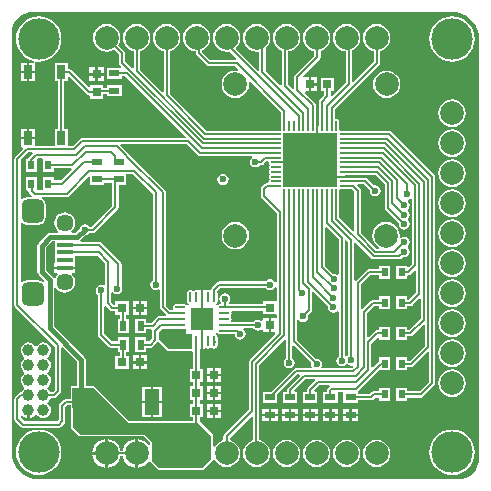
<source format=gtl>
G04*
G04 #@! TF.GenerationSoftware,Altium Limited,Altium Designer,19.1.6 (110)*
G04*
G04 Layer_Physical_Order=1*
G04 Layer_Color=255*
%FSLAX25Y25*%
%MOIN*%
G70*
G01*
G75*
%ADD12C,0.00787*%
%ADD34R,0.03150X0.03150*%
%ADD35R,0.03150X0.04724*%
%ADD36O,0.00787X0.03347*%
%ADD37O,0.03347X0.00787*%
%ADD38R,0.18110X0.18110*%
%ADD39R,0.03150X0.03150*%
%ADD40O,0.00984X0.03543*%
%ADD41O,0.03543X0.00984*%
%ADD42R,0.07795X0.07795*%
%ADD43R,0.05118X0.08661*%
%ADD44R,0.05315X0.01575*%
%ADD45R,0.03543X0.02362*%
%ADD46R,0.02362X0.03150*%
%ADD47R,0.02362X0.03543*%
%ADD48C,0.01575*%
%ADD49C,0.00500*%
G04:AMPARAMS|DCode=50|XSize=78.74mil|YSize=74.8mil|CornerRadius=18.7mil|HoleSize=0mil|Usage=FLASHONLY|Rotation=270.000|XOffset=0mil|YOffset=0mil|HoleType=Round|Shape=RoundedRectangle|*
%AMROUNDEDRECTD50*
21,1,0.07874,0.03740,0,0,270.0*
21,1,0.04134,0.07480,0,0,270.0*
1,1,0.03740,-0.01870,-0.02067*
1,1,0.03740,-0.01870,0.02067*
1,1,0.03740,0.01870,0.02067*
1,1,0.03740,0.01870,-0.02067*
%
%ADD50ROUNDEDRECTD50*%
%ADD51C,0.05709*%
%ADD52C,0.07874*%
%ADD53C,0.13780*%
%ADD54C,0.03937*%
%ADD55C,0.02362*%
G36*
X149395Y156474D02*
X151085Y155961D01*
X152643Y155129D01*
X154008Y154008D01*
X155129Y152643D01*
X155961Y151085D01*
X156474Y149395D01*
X156644Y147670D01*
X156637Y147638D01*
Y8370D01*
X156637Y7874D01*
X156590Y7397D01*
X156502Y6502D01*
X156102Y5183D01*
X155452Y3968D01*
X154578Y2902D01*
X153513Y2028D01*
X152297Y1378D01*
X150978Y978D01*
X149607Y843D01*
X149606Y843D01*
X9843D01*
X9810Y837D01*
X8085Y1006D01*
X6395Y1519D01*
X4837Y2352D01*
X3472Y3472D01*
X2352Y4837D01*
X1519Y6395D01*
X1006Y8085D01*
X837Y9810D01*
X843Y9843D01*
X843Y149606D01*
X843Y149607D01*
X978Y150978D01*
X1378Y152297D01*
X2028Y153513D01*
X2902Y154578D01*
X3968Y155452D01*
X5183Y156102D01*
X6502Y156502D01*
X7390Y156590D01*
X7874Y156637D01*
X7874Y156637D01*
X8367Y156637D01*
X147638D01*
X147670Y156644D01*
X149395Y156474D01*
D02*
G37*
%LPC*%
G36*
X147638Y155194D02*
X146164Y155049D01*
X144746Y154619D01*
X143440Y153920D01*
X142295Y152981D01*
X141355Y151836D01*
X140657Y150529D01*
X140227Y149112D01*
X140082Y147638D01*
X140227Y146164D01*
X140657Y144746D01*
X141355Y143440D01*
X142295Y142295D01*
X143440Y141355D01*
X144746Y140657D01*
X146164Y140227D01*
X147638Y140082D01*
X149112Y140227D01*
X150529Y140657D01*
X151836Y141355D01*
X152981Y142295D01*
X153920Y143440D01*
X154619Y144746D01*
X155049Y146164D01*
X155194Y147638D01*
X155049Y149112D01*
X154619Y150529D01*
X153920Y151836D01*
X152981Y152981D01*
X151836Y153920D01*
X150529Y154619D01*
X149112Y155049D01*
X147638Y155194D01*
D02*
G37*
G36*
X9843D02*
X8368Y155049D01*
X6951Y154619D01*
X5645Y153920D01*
X4500Y152981D01*
X3560Y151836D01*
X2862Y150529D01*
X2432Y149112D01*
X2286Y147638D01*
X2432Y146164D01*
X2862Y144746D01*
X3560Y143440D01*
X4500Y142295D01*
X5645Y141355D01*
X6951Y140657D01*
X8294Y140250D01*
X8368Y140227D01*
X8299Y139740D01*
X8190Y139740D01*
X8190Y139740D01*
X8180Y139740D01*
X6693D01*
Y136984D01*
X8661D01*
X8661Y139696D01*
X8795Y140185D01*
X8858Y140179D01*
X9843Y140082D01*
X11317Y140227D01*
X12734Y140657D01*
X14040Y141355D01*
X15186Y142295D01*
X16125Y143440D01*
X16823Y144746D01*
X17253Y146164D01*
X17399Y147638D01*
X17253Y149112D01*
X16823Y150529D01*
X16125Y151836D01*
X15186Y152981D01*
X14040Y153920D01*
X12734Y154619D01*
X11317Y155049D01*
X9843Y155194D01*
D02*
G37*
G36*
X5906Y139740D02*
X3937D01*
Y136984D01*
X5906D01*
Y139740D01*
D02*
G37*
G36*
X31496Y138189D02*
X29528D01*
Y136221D01*
X31496D01*
Y138189D01*
D02*
G37*
G36*
X28740D02*
X26772D01*
Y136221D01*
X28740D01*
Y138189D01*
D02*
G37*
G36*
X31496Y135433D02*
X29528D01*
Y133465D01*
X31496D01*
Y135433D01*
D02*
G37*
G36*
X28740D02*
X26772D01*
Y133465D01*
X28740D01*
Y135433D01*
D02*
G37*
G36*
X8661Y136197D02*
X6693D01*
Y133441D01*
X8661D01*
X8661Y136197D01*
D02*
G37*
G36*
X5906D02*
X3937D01*
Y133441D01*
X5906D01*
Y136197D01*
D02*
G37*
G36*
X122461Y152638D02*
X121268Y152481D01*
X120158Y152021D01*
X119203Y151289D01*
X118471Y150335D01*
X118011Y149224D01*
X117854Y148031D01*
X118011Y146839D01*
X118471Y145728D01*
X119203Y144774D01*
X120158Y144042D01*
X121268Y143582D01*
X121594Y143539D01*
Y140196D01*
X114695Y133297D01*
X114233Y133488D01*
Y143822D01*
X114764Y144042D01*
X115718Y144774D01*
X116450Y145728D01*
X116910Y146839D01*
X117067Y148031D01*
X116910Y149224D01*
X116450Y150335D01*
X115718Y151289D01*
X114764Y152021D01*
X113653Y152481D01*
X112461Y152638D01*
X111268Y152481D01*
X110158Y152021D01*
X109204Y151289D01*
X108471Y150335D01*
X108011Y149224D01*
X107854Y148031D01*
X108011Y146839D01*
X108471Y145728D01*
X109204Y144774D01*
X110158Y144042D01*
X111268Y143582D01*
X112145Y143467D01*
Y133109D01*
X107646Y128610D01*
X107146Y128817D01*
Y130276D01*
X108307D01*
Y134685D01*
X103898D01*
Y130276D01*
X105059D01*
Y128976D01*
X103593Y127510D01*
X103366Y127171D01*
X103287Y126772D01*
X103287Y126772D01*
Y121589D01*
X103150Y121476D01*
Y118701D01*
X102362D01*
Y121476D01*
X102225Y121589D01*
Y125591D01*
X102225Y125591D01*
X102145Y125990D01*
X101919Y126329D01*
X98591Y129656D01*
X98783Y130118D01*
X99803D01*
Y132480D01*
Y134843D01*
X98246D01*
X98039Y135343D01*
X103494Y140797D01*
X103494Y140797D01*
X103720Y141136D01*
X103800Y141535D01*
X103800Y141535D01*
Y143643D01*
X104764Y144042D01*
X105718Y144774D01*
X106450Y145728D01*
X106910Y146839D01*
X107067Y148031D01*
X106910Y149224D01*
X106450Y150335D01*
X105718Y151289D01*
X104764Y152021D01*
X103653Y152481D01*
X102461Y152638D01*
X101268Y152481D01*
X100157Y152021D01*
X99203Y151289D01*
X98471Y150335D01*
X98011Y149224D01*
X97854Y148031D01*
X98011Y146839D01*
X98471Y145728D01*
X99203Y144774D01*
X100157Y144042D01*
X101268Y143582D01*
X101712Y143524D01*
Y141968D01*
X95325Y135581D01*
X95099Y135242D01*
X95019Y134843D01*
X95019Y134843D01*
Y131179D01*
X94519Y130972D01*
X92973Y132519D01*
Y143493D01*
X93653Y143582D01*
X94764Y144042D01*
X95718Y144774D01*
X96450Y145728D01*
X96910Y146839D01*
X97067Y148031D01*
X96910Y149224D01*
X96450Y150335D01*
X95718Y151289D01*
X94764Y152021D01*
X93653Y152481D01*
X92461Y152638D01*
X91268Y152481D01*
X90158Y152021D01*
X89204Y151289D01*
X88471Y150335D01*
X88011Y149224D01*
X87854Y148031D01*
X88011Y146839D01*
X88471Y145728D01*
X89204Y144774D01*
X90158Y144042D01*
X90886Y143741D01*
Y132361D01*
X90386Y132153D01*
X85453Y137086D01*
Y144571D01*
X85718Y144774D01*
X86450Y145728D01*
X86910Y146839D01*
X87067Y148031D01*
X86910Y149224D01*
X86450Y150335D01*
X85718Y151289D01*
X84764Y152021D01*
X83653Y152481D01*
X82461Y152638D01*
X81268Y152481D01*
X80158Y152021D01*
X79203Y151289D01*
X78471Y150335D01*
X78011Y149224D01*
X77854Y148031D01*
X78011Y146839D01*
X78471Y145728D01*
X79203Y144774D01*
X80158Y144042D01*
X81268Y143582D01*
X82461Y143425D01*
X82990Y143495D01*
X83366Y143165D01*
Y137124D01*
X82866Y136917D01*
X75585Y144198D01*
X75617Y144697D01*
X75718Y144774D01*
X76450Y145728D01*
X76910Y146839D01*
X77067Y148031D01*
X76910Y149224D01*
X76450Y150335D01*
X75718Y151289D01*
X74764Y152021D01*
X73653Y152481D01*
X72461Y152638D01*
X71268Y152481D01*
X70157Y152021D01*
X69204Y151289D01*
X68471Y150335D01*
X68011Y149224D01*
X67854Y148031D01*
X68011Y146839D01*
X68471Y145728D01*
X69204Y144774D01*
X70157Y144042D01*
X71268Y143582D01*
X72461Y143425D01*
X73296Y143535D01*
X75721Y141111D01*
X75513Y140611D01*
X66968D01*
X64233Y143346D01*
Y143822D01*
X64764Y144042D01*
X65718Y144774D01*
X66450Y145728D01*
X66910Y146839D01*
X67067Y148031D01*
X66910Y149224D01*
X66450Y150335D01*
X65718Y151289D01*
X64764Y152021D01*
X63653Y152481D01*
X62461Y152638D01*
X61268Y152481D01*
X60158Y152021D01*
X59203Y151289D01*
X58471Y150335D01*
X58011Y149224D01*
X57854Y148031D01*
X58011Y146839D01*
X58471Y145728D01*
X59203Y144774D01*
X60158Y144042D01*
X61268Y143582D01*
X62145Y143467D01*
Y142913D01*
X62145Y142913D01*
X62225Y142514D01*
X62451Y142175D01*
X65797Y138829D01*
X66136Y138603D01*
X66535Y138523D01*
X66536Y138523D01*
X75355D01*
X76423Y137455D01*
X76189Y136982D01*
X75394Y137087D01*
X74202Y136930D01*
X73090Y136469D01*
X72136Y135738D01*
X71404Y134783D01*
X70944Y133672D01*
X70787Y132480D01*
X70944Y131288D01*
X71404Y130177D01*
X72136Y129223D01*
X73090Y128491D01*
X74202Y128031D01*
X75394Y127874D01*
X76586Y128031D01*
X77697Y128491D01*
X78651Y129223D01*
X79383Y130177D01*
X79843Y131288D01*
X80000Y132480D01*
X79895Y133276D01*
X80369Y133510D01*
X90689Y123190D01*
Y119980D01*
Y117421D01*
X90695Y117389D01*
X90288Y116982D01*
X90256Y116989D01*
X65858D01*
X53603Y129244D01*
Y143576D01*
X53653Y143582D01*
X54764Y144042D01*
X55718Y144774D01*
X56450Y145728D01*
X56910Y146839D01*
X57067Y148031D01*
X56910Y149224D01*
X56450Y150335D01*
X55718Y151289D01*
X54764Y152021D01*
X53653Y152481D01*
X52461Y152638D01*
X51268Y152481D01*
X50157Y152021D01*
X49204Y151289D01*
X48471Y150335D01*
X48011Y149224D01*
X47854Y148031D01*
X48011Y146839D01*
X48471Y145728D01*
X49204Y144774D01*
X50157Y144042D01*
X51268Y143582D01*
X51515Y143550D01*
Y129981D01*
X51053Y129789D01*
X43563Y137279D01*
Y143570D01*
X43653Y143582D01*
X44764Y144042D01*
X45718Y144774D01*
X46450Y145728D01*
X46910Y146839D01*
X47067Y148031D01*
X46910Y149224D01*
X46450Y150335D01*
X45718Y151289D01*
X44764Y152021D01*
X43653Y152481D01*
X42461Y152638D01*
X41268Y152481D01*
X40157Y152021D01*
X39204Y151289D01*
X38471Y150335D01*
X38011Y149224D01*
X37854Y148031D01*
X38011Y146839D01*
X38471Y145728D01*
X39204Y144774D01*
X40157Y144042D01*
X41268Y143582D01*
X41476Y143555D01*
Y138015D01*
X41014Y137824D01*
X38642Y140196D01*
Y142894D01*
X38563Y143293D01*
X38336Y143632D01*
X38336Y143632D01*
X36359Y145609D01*
X36450Y145728D01*
X36910Y146839D01*
X37067Y148031D01*
X36910Y149224D01*
X36450Y150335D01*
X35718Y151289D01*
X34764Y152021D01*
X33653Y152481D01*
X32461Y152638D01*
X31268Y152481D01*
X30158Y152021D01*
X29204Y151289D01*
X28471Y150335D01*
X28011Y149224D01*
X27854Y148031D01*
X28011Y146839D01*
X28471Y145728D01*
X29204Y144774D01*
X30158Y144042D01*
X31268Y143582D01*
X32461Y143425D01*
X33653Y143582D01*
X34764Y144042D01*
X34883Y144133D01*
X36555Y142461D01*
Y139764D01*
X36555Y139764D01*
X36634Y139364D01*
X36860Y139026D01*
X37355Y138531D01*
X37148Y138031D01*
X37081Y138031D01*
X37081Y138031D01*
X37062Y138031D01*
X32638D01*
Y134409D01*
X37441D01*
Y135177D01*
X38705D01*
X58793Y115088D01*
X58602Y114626D01*
X24409D01*
X24409Y114626D01*
X24010Y114547D01*
X23672Y114321D01*
X23671Y114321D01*
X21221Y111870D01*
X19527D01*
Y117583D01*
X18367D01*
Y133598D01*
X19527D01*
Y134839D01*
X19989Y135031D01*
X25837Y129183D01*
X26175Y128957D01*
X26575Y128878D01*
X26929Y128559D01*
Y127717D01*
X31339D01*
Y129271D01*
X32638D01*
Y128504D01*
X37441D01*
Y132126D01*
X32638D01*
Y131359D01*
X31339D01*
Y132126D01*
X26929D01*
Y131696D01*
X26467Y131505D01*
X20643Y137329D01*
X20305Y137555D01*
X19906Y137634D01*
X19527Y137937D01*
Y139583D01*
X15118D01*
Y133598D01*
X16279D01*
Y117583D01*
X15118D01*
Y111870D01*
X8661D01*
Y114197D01*
X6299D01*
X3937D01*
Y111441D01*
X4390D01*
X4582Y110979D01*
X2018Y108415D01*
X1792Y108077D01*
X1712Y107677D01*
X1712Y107677D01*
Y59055D01*
X1712Y59055D01*
X1792Y58656D01*
X2018Y58317D01*
X15295Y45040D01*
Y30747D01*
X14450Y29902D01*
X13798D01*
X13687Y30169D01*
X13271Y30711D01*
X12796Y31076D01*
X12758Y31358D01*
X12796Y31641D01*
X13271Y32005D01*
X13687Y32548D01*
X13949Y33180D01*
X14038Y33858D01*
X13949Y34537D01*
X13687Y35169D01*
X13271Y35712D01*
X12796Y36076D01*
X12758Y36358D01*
X12796Y36641D01*
X13271Y37005D01*
X13687Y37548D01*
X13949Y38180D01*
X14038Y38858D01*
X13949Y39537D01*
X13687Y40169D01*
X13271Y40712D01*
X12796Y41076D01*
X12758Y41358D01*
X12796Y41641D01*
X13271Y42005D01*
X13687Y42548D01*
X13949Y43180D01*
X14038Y43858D01*
X13949Y44537D01*
X13687Y45169D01*
X13271Y45711D01*
X12728Y46128D01*
X12096Y46390D01*
X11417Y46479D01*
X10739Y46390D01*
X10107Y46128D01*
X9564Y45711D01*
X9200Y45237D01*
X8917Y45199D01*
X8635Y45237D01*
X8270Y45711D01*
X7728Y46128D01*
X7096Y46390D01*
X6417Y46479D01*
X5739Y46390D01*
X5107Y46128D01*
X4564Y45711D01*
X4148Y45169D01*
X3886Y44537D01*
X3796Y43858D01*
X3886Y43180D01*
X4148Y42548D01*
X4564Y42005D01*
X5039Y41641D01*
X5076Y41358D01*
X5039Y41076D01*
X4564Y40712D01*
X4148Y40169D01*
X3886Y39537D01*
X3796Y38858D01*
X3886Y38180D01*
X4148Y37548D01*
X4564Y37005D01*
X5039Y36641D01*
X5076Y36358D01*
X5039Y36076D01*
X4564Y35712D01*
X4148Y35169D01*
X3886Y34537D01*
X3796Y33858D01*
X3886Y33180D01*
X4148Y32548D01*
X4564Y32005D01*
X5039Y31641D01*
X5076Y31358D01*
X5039Y31076D01*
X4564Y30711D01*
X4148Y30169D01*
X4036Y29898D01*
X3656Y29822D01*
X3317Y29596D01*
X2018Y28297D01*
X1792Y27959D01*
X1712Y27559D01*
X1712Y27559D01*
Y21063D01*
X1712Y21063D01*
X1792Y20664D01*
X2018Y20325D01*
X3986Y18357D01*
X4325Y18130D01*
X4724Y18051D01*
X4724Y18051D01*
X16535D01*
X16535Y18051D01*
X16935Y18130D01*
X17273Y18357D01*
X18454Y19538D01*
X18454Y19538D01*
X18681Y19876D01*
X18760Y20276D01*
Y24961D01*
X19330Y25531D01*
X20529D01*
X20618Y18102D01*
X20643Y17984D01*
X20666Y17864D01*
X20669Y17861D01*
X20670Y17857D01*
X20738Y17757D01*
X20806Y17656D01*
X23168Y15294D01*
X23376Y15155D01*
X23622Y15106D01*
X23622Y15106D01*
X45010D01*
X46995Y13120D01*
Y12093D01*
X46496Y11951D01*
X45830Y12818D01*
X44843Y13576D01*
X43694Y14052D01*
X42854Y14162D01*
Y9449D01*
Y4735D01*
X43694Y4846D01*
X44843Y5322D01*
X45830Y6079D01*
X46510Y6965D01*
X46880Y6936D01*
X47040Y6865D01*
X47044Y6841D01*
X47184Y6633D01*
X47184Y6632D01*
X49546Y4270D01*
X49754Y4131D01*
X50000Y4082D01*
X50000Y4082D01*
X64567D01*
X64813Y4131D01*
X65021Y4270D01*
X67777Y7026D01*
X67902Y7214D01*
X68024Y7237D01*
X68429Y7249D01*
X68471Y7146D01*
X69204Y6192D01*
X70157Y5460D01*
X71268Y4999D01*
X72461Y4843D01*
X73653Y4999D01*
X74764Y5460D01*
X75718Y6192D01*
X76450Y7146D01*
X76910Y8257D01*
X77067Y9449D01*
X76910Y10641D01*
X76450Y11752D01*
X75718Y12706D01*
X74764Y13438D01*
X73653Y13898D01*
X73485Y13920D01*
Y14725D01*
X80778Y22018D01*
X81240Y21827D01*
Y13886D01*
X80158Y13438D01*
X79203Y12706D01*
X78471Y11752D01*
X78011Y10641D01*
X77854Y9449D01*
X78011Y8257D01*
X78471Y7146D01*
X79203Y6192D01*
X80158Y5460D01*
X81268Y4999D01*
X82461Y4843D01*
X83653Y4999D01*
X84764Y5460D01*
X85718Y6192D01*
X86450Y7146D01*
X86910Y8257D01*
X87067Y9449D01*
X86910Y10641D01*
X86450Y11752D01*
X85718Y12706D01*
X84764Y13438D01*
X83653Y13898D01*
X83327Y13941D01*
Y38938D01*
X91802Y47412D01*
X92263Y47221D01*
Y41245D01*
X92001Y41069D01*
X91601Y40470D01*
X91461Y39764D01*
X91601Y39057D01*
X92001Y38458D01*
X92601Y38058D01*
X93307Y37917D01*
X94014Y38058D01*
X94613Y38458D01*
X95013Y39057D01*
X95154Y39764D01*
X95013Y40470D01*
X94613Y41069D01*
X94351Y41245D01*
Y45252D01*
X94813Y45444D01*
X100676Y39581D01*
X100614Y39272D01*
X100755Y38565D01*
X100869Y38394D01*
X100602Y37894D01*
X95591D01*
X95191Y37815D01*
X94853Y37588D01*
X87225Y29961D01*
X84488D01*
Y26339D01*
X89291D01*
Y29075D01*
X96023Y35807D01*
X96670D01*
X96861Y35345D01*
X92874Y31358D01*
X92648Y31019D01*
X92568Y30620D01*
X92568Y30620D01*
Y29961D01*
X91211D01*
Y26339D01*
X96014D01*
Y29961D01*
X95136D01*
X94929Y30461D01*
X98857Y34389D01*
X101916D01*
X101947Y34348D01*
X102099Y33889D01*
X99597Y31388D01*
X99370Y31049D01*
X99291Y30650D01*
X99291Y30650D01*
Y29961D01*
X97933D01*
Y26339D01*
X102736D01*
Y29961D01*
X101829D01*
X101622Y30461D01*
X103385Y32224D01*
X106640D01*
X106672Y32183D01*
X106823Y31724D01*
X106319Y31220D01*
X106093Y30882D01*
X106013Y30482D01*
X106013Y30482D01*
Y29961D01*
X104656D01*
Y26339D01*
X109459D01*
Y29961D01*
X109918Y30059D01*
X110919D01*
X111378Y29961D01*
X111378Y29559D01*
Y26339D01*
X116181D01*
Y27106D01*
X120472D01*
X120472Y27106D01*
X120872Y27185D01*
X121210Y27412D01*
X121889Y28090D01*
X123386D01*
Y26929D01*
X127008D01*
Y31339D01*
X123386D01*
Y30178D01*
X121457D01*
X121057Y30098D01*
X120719Y29872D01*
X120719Y29872D01*
X120040Y29193D01*
X116535D01*
X116181Y29547D01*
X116181Y29924D01*
X116250Y30135D01*
X116351Y30390D01*
X122928Y36967D01*
X123386Y37116D01*
Y37116D01*
X123386Y37116D01*
X127008D01*
Y41526D01*
X123386D01*
Y40271D01*
X123068Y40059D01*
X123068Y40059D01*
X121191Y38182D01*
X120729Y38373D01*
Y46024D01*
X122886Y48182D01*
X123386Y47974D01*
Y47303D01*
X127008D01*
Y51713D01*
X123386D01*
Y50552D01*
X122736D01*
X122337Y50472D01*
X121998Y50246D01*
X121998Y50246D01*
X119773Y48021D01*
X119311Y48212D01*
Y56221D01*
X121741Y58651D01*
X123386D01*
Y57490D01*
X127008D01*
Y61900D01*
X123386D01*
Y60739D01*
X121309D01*
X120910Y60659D01*
X120571Y60433D01*
X120571Y60433D01*
X117685Y57547D01*
X117185Y57754D01*
Y65709D01*
X120314Y68838D01*
X123386D01*
Y67677D01*
X127008D01*
Y72087D01*
X123386D01*
Y70926D01*
X119882D01*
X119483Y70846D01*
X119144Y70620D01*
X119144Y70620D01*
X115520Y66996D01*
X115061Y67147D01*
X115020Y67179D01*
Y79468D01*
X115482Y79660D01*
X120722Y74419D01*
X121061Y74193D01*
X121460Y74114D01*
X121460Y74114D01*
X130079D01*
X130079Y74114D01*
X130478Y74193D01*
X130817Y74419D01*
X131366Y74969D01*
X131675Y74907D01*
X132382Y75048D01*
X132981Y75448D01*
X133381Y76047D01*
X133521Y76754D01*
X133381Y77460D01*
X132981Y78059D01*
X132948Y78082D01*
Y78504D01*
X133014Y78638D01*
X133399Y79215D01*
X133539Y79921D01*
X133399Y80628D01*
X132999Y81227D01*
X132399Y81627D01*
X131693Y81768D01*
X130986Y81627D01*
X130607Y81374D01*
X130141Y81664D01*
X130197Y82087D01*
X130040Y83279D01*
X129580Y84390D01*
X128848Y85344D01*
X127894Y86076D01*
X126783Y86536D01*
X125591Y86693D01*
X124398Y86536D01*
X123287Y86076D01*
X122333Y85344D01*
X121601Y84390D01*
X121141Y83279D01*
X120984Y82087D01*
X121141Y80894D01*
X121601Y79783D01*
X122333Y78829D01*
X123260Y78118D01*
X123263Y78066D01*
X123034Y77618D01*
X122479D01*
X117185Y82913D01*
Y97047D01*
X117106Y97447D01*
X116880Y97785D01*
X116880Y97785D01*
X115974Y98691D01*
X116165Y99153D01*
X118300D01*
X120235Y97219D01*
X120201Y97047D01*
X120341Y96340D01*
X120741Y95741D01*
X121340Y95341D01*
X122047Y95201D01*
X122754Y95341D01*
X123353Y95741D01*
X123753Y96340D01*
X123893Y97047D01*
X123753Y97754D01*
X123353Y98353D01*
X122754Y98753D01*
X122047Y98894D01*
X121600Y98805D01*
X119470Y100935D01*
X119132Y101161D01*
X118732Y101241D01*
X118732Y101241D01*
X114699D01*
X114586Y101378D01*
X111811D01*
Y102165D01*
X114586D01*
X114699Y102303D01*
X122080D01*
X125256Y99127D01*
Y91220D01*
X125256Y91220D01*
X125335Y90821D01*
X125561Y90482D01*
X129908Y86136D01*
X129846Y85827D01*
X129987Y85120D01*
X130387Y84521D01*
X130986Y84121D01*
X131693Y83980D01*
X132399Y84121D01*
X132998Y84521D01*
X133399Y85120D01*
X133539Y85827D01*
X133399Y86533D01*
X132998Y87132D01*
X132970Y87151D01*
Y87651D01*
X132998Y87670D01*
X133399Y88270D01*
X133539Y88976D01*
X133399Y89683D01*
X132998Y90282D01*
X132970Y90301D01*
Y90801D01*
X132999Y90820D01*
X133399Y91419D01*
X133539Y92126D01*
X133399Y92833D01*
X132999Y93432D01*
X132790Y93571D01*
X132895Y94102D01*
X133187Y94160D01*
X133771Y94551D01*
X133861Y94533D01*
X134271Y94387D01*
Y72558D01*
X133178Y71465D01*
X132717Y71657D01*
Y72087D01*
X129095D01*
Y67677D01*
X132717D01*
Y68519D01*
X133071Y68838D01*
X133470Y68918D01*
X133809Y69144D01*
X135227Y70562D01*
X135689Y70370D01*
Y63149D01*
X133278Y60739D01*
X132717D01*
Y61900D01*
X129095D01*
Y57490D01*
X132717D01*
Y58651D01*
X133711D01*
X133711Y58651D01*
X134110Y58731D01*
X134449Y58957D01*
X136644Y61152D01*
X137106Y60961D01*
Y54330D01*
X133327Y50552D01*
X132717D01*
Y51713D01*
X129095D01*
Y47303D01*
X132717D01*
Y48464D01*
X133760D01*
X133760Y48464D01*
X134159Y48544D01*
X134498Y48770D01*
X138061Y52333D01*
X138523Y52142D01*
Y45314D01*
X133574Y40365D01*
X132717D01*
Y41526D01*
X129095D01*
Y37116D01*
X132717D01*
Y38277D01*
X134006D01*
X134006Y38277D01*
X134405Y38357D01*
X134744Y38583D01*
X139479Y43318D01*
X139941Y43126D01*
Y33346D01*
X136773Y30178D01*
X132717D01*
Y31339D01*
X129095D01*
Y26929D01*
X132717D01*
Y28090D01*
X137205D01*
X137205Y28090D01*
X137604Y28170D01*
X137943Y28396D01*
X141722Y32175D01*
X141722Y32175D01*
X141948Y32514D01*
X142028Y32913D01*
X142028Y32913D01*
Y101732D01*
X141948Y102132D01*
X141722Y102470D01*
X141722Y102470D01*
X127510Y116683D01*
X127171Y116909D01*
X126772Y116989D01*
X126772Y116989D01*
X110531D01*
X110500Y116982D01*
X110092Y117389D01*
X110099Y117421D01*
Y119980D01*
X110019Y120380D01*
X109793Y120718D01*
X109455Y120945D01*
X109055Y121024D01*
X109024Y121018D01*
X108524Y121412D01*
Y124174D01*
X123376Y139026D01*
X123376Y139026D01*
X123602Y139364D01*
X123681Y139764D01*
Y143594D01*
X124764Y144042D01*
X125718Y144774D01*
X126450Y145728D01*
X126910Y146839D01*
X127067Y148031D01*
X126910Y149224D01*
X126450Y150335D01*
X125718Y151289D01*
X124764Y152021D01*
X123653Y152481D01*
X122461Y152638D01*
D02*
G37*
G36*
X102559Y134843D02*
X100591D01*
Y132874D01*
X102559D01*
Y134843D01*
D02*
G37*
G36*
Y132087D02*
X100591D01*
Y130118D01*
X102559D01*
Y132087D01*
D02*
G37*
G36*
X125787Y137087D02*
X124595Y136930D01*
X123484Y136469D01*
X122530Y135738D01*
X121798Y134783D01*
X121338Y133672D01*
X121181Y132480D01*
X121338Y131288D01*
X121798Y130177D01*
X122530Y129223D01*
X123484Y128491D01*
X124595Y128031D01*
X125787Y127874D01*
X126980Y128031D01*
X128091Y128491D01*
X129045Y129223D01*
X129777Y130177D01*
X130237Y131288D01*
X130394Y132480D01*
X130237Y133672D01*
X129777Y134783D01*
X129045Y135738D01*
X128091Y136469D01*
X126980Y136930D01*
X125787Y137087D01*
D02*
G37*
G36*
X147638Y127441D02*
X146446Y127284D01*
X145335Y126824D01*
X144381Y126092D01*
X143649Y125138D01*
X143188Y124027D01*
X143032Y122835D01*
X143188Y121642D01*
X143649Y120531D01*
X144381Y119578D01*
X145335Y118845D01*
X146446Y118385D01*
X147638Y118228D01*
X148830Y118385D01*
X149941Y118845D01*
X150895Y119578D01*
X151627Y120531D01*
X152087Y121642D01*
X152244Y122835D01*
X152087Y124027D01*
X151627Y125138D01*
X150895Y126092D01*
X149941Y126824D01*
X148830Y127284D01*
X147638Y127441D01*
D02*
G37*
G36*
X8661Y117740D02*
X6693D01*
Y114984D01*
X8661D01*
Y117740D01*
D02*
G37*
G36*
X5906D02*
X3937D01*
Y114984D01*
X5906D01*
Y117740D01*
D02*
G37*
G36*
X147638Y117441D02*
X146446Y117284D01*
X145335Y116824D01*
X144381Y116092D01*
X143649Y115138D01*
X143188Y114027D01*
X143032Y112835D01*
X143188Y111642D01*
X143649Y110531D01*
X144381Y109578D01*
X145335Y108845D01*
X146446Y108385D01*
X147638Y108228D01*
X148830Y108385D01*
X149941Y108845D01*
X150895Y109578D01*
X151627Y110531D01*
X152087Y111642D01*
X152244Y112835D01*
X152087Y114027D01*
X151627Y115138D01*
X150895Y116092D01*
X149941Y116824D01*
X148830Y117284D01*
X147638Y117441D01*
D02*
G37*
G36*
Y107441D02*
X146446Y107284D01*
X145335Y106824D01*
X144381Y106092D01*
X143649Y105138D01*
X143188Y104027D01*
X143032Y102835D01*
X143188Y101642D01*
X143649Y100531D01*
X144381Y99577D01*
X145335Y98845D01*
X146446Y98385D01*
X147638Y98228D01*
X148830Y98385D01*
X149941Y98845D01*
X150895Y99577D01*
X151627Y100531D01*
X152087Y101642D01*
X152244Y102835D01*
X152087Y104027D01*
X151627Y105138D01*
X150895Y106092D01*
X149941Y106824D01*
X148830Y107284D01*
X147638Y107441D01*
D02*
G37*
G36*
Y97441D02*
X146446Y97284D01*
X145335Y96824D01*
X144381Y96092D01*
X143649Y95138D01*
X143188Y94027D01*
X143032Y92835D01*
X143188Y91642D01*
X143649Y90531D01*
X144381Y89578D01*
X145335Y88845D01*
X146446Y88385D01*
X147638Y88228D01*
X148830Y88385D01*
X149941Y88845D01*
X150895Y89578D01*
X151627Y90531D01*
X152087Y91642D01*
X152244Y92835D01*
X152087Y94027D01*
X151627Y95138D01*
X150895Y96092D01*
X149941Y96824D01*
X148830Y97284D01*
X147638Y97441D01*
D02*
G37*
G36*
Y87441D02*
X146446Y87284D01*
X145335Y86824D01*
X144381Y86092D01*
X143649Y85138D01*
X143188Y84027D01*
X143032Y82835D01*
X143188Y81642D01*
X143649Y80532D01*
X144381Y79577D01*
X145335Y78845D01*
X146446Y78385D01*
X147638Y78228D01*
X148830Y78385D01*
X149941Y78845D01*
X150895Y79577D01*
X151627Y80532D01*
X152087Y81642D01*
X152244Y82835D01*
X152087Y84027D01*
X151627Y85138D01*
X150895Y86092D01*
X149941Y86824D01*
X148830Y87284D01*
X147638Y87441D01*
D02*
G37*
G36*
Y77441D02*
X146446Y77284D01*
X145335Y76824D01*
X144381Y76092D01*
X143649Y75138D01*
X143188Y74027D01*
X143032Y72835D01*
X143188Y71642D01*
X143649Y70531D01*
X144381Y69577D01*
X145335Y68845D01*
X146446Y68385D01*
X147638Y68228D01*
X148830Y68385D01*
X149941Y68845D01*
X150895Y69577D01*
X151627Y70531D01*
X152087Y71642D01*
X152244Y72835D01*
X152087Y74027D01*
X151627Y75138D01*
X150895Y76092D01*
X149941Y76824D01*
X148830Y77284D01*
X147638Y77441D01*
D02*
G37*
G36*
Y67441D02*
X146446Y67284D01*
X145335Y66824D01*
X144381Y66092D01*
X143649Y65138D01*
X143188Y64027D01*
X143032Y62835D01*
X143188Y61642D01*
X143649Y60532D01*
X144381Y59578D01*
X145335Y58845D01*
X146446Y58385D01*
X147638Y58228D01*
X148830Y58385D01*
X149941Y58845D01*
X150895Y59578D01*
X151627Y60532D01*
X152087Y61642D01*
X152244Y62835D01*
X152087Y64027D01*
X151627Y65138D01*
X150895Y66092D01*
X149941Y66824D01*
X148830Y67284D01*
X147638Y67441D01*
D02*
G37*
G36*
Y57441D02*
X146446Y57284D01*
X145335Y56824D01*
X144381Y56092D01*
X143649Y55138D01*
X143188Y54027D01*
X143032Y52835D01*
X143188Y51642D01*
X143649Y50532D01*
X144381Y49578D01*
X145335Y48845D01*
X146446Y48385D01*
X147638Y48228D01*
X148830Y48385D01*
X149941Y48845D01*
X150895Y49578D01*
X151627Y50532D01*
X152087Y51642D01*
X152244Y52835D01*
X152087Y54027D01*
X151627Y55138D01*
X150895Y56092D01*
X149941Y56824D01*
X148830Y57284D01*
X147638Y57441D01*
D02*
G37*
G36*
Y47441D02*
X146446Y47284D01*
X145335Y46824D01*
X144381Y46092D01*
X143649Y45138D01*
X143188Y44027D01*
X143032Y42835D01*
X143188Y41642D01*
X143649Y40532D01*
X144381Y39577D01*
X145335Y38845D01*
X146446Y38385D01*
X147638Y38228D01*
X148830Y38385D01*
X149941Y38845D01*
X150895Y39577D01*
X151627Y40532D01*
X152087Y41642D01*
X152244Y42835D01*
X152087Y44027D01*
X151627Y45138D01*
X150895Y46092D01*
X149941Y46824D01*
X148830Y47284D01*
X147638Y47441D01*
D02*
G37*
G36*
Y37441D02*
X146446Y37284D01*
X145335Y36824D01*
X144381Y36092D01*
X143649Y35138D01*
X143188Y34027D01*
X143032Y32835D01*
X143188Y31642D01*
X143649Y30531D01*
X144381Y29577D01*
X145335Y28845D01*
X146446Y28385D01*
X147638Y28228D01*
X148830Y28385D01*
X149941Y28845D01*
X150895Y29577D01*
X151627Y30531D01*
X152087Y31642D01*
X152244Y32835D01*
X152087Y34027D01*
X151627Y35138D01*
X150895Y36092D01*
X149941Y36824D01*
X148830Y37284D01*
X147638Y37441D01*
D02*
G37*
G36*
X116339Y24213D02*
X114173D01*
Y22638D01*
X116339D01*
Y24213D01*
D02*
G37*
G36*
X109616D02*
X107451D01*
Y22638D01*
X109616D01*
Y24213D01*
D02*
G37*
G36*
X102894D02*
X100728D01*
Y22638D01*
X102894D01*
Y24213D01*
D02*
G37*
G36*
X96171D02*
X94006D01*
Y22638D01*
X96171D01*
Y24213D01*
D02*
G37*
G36*
X89449D02*
X87283D01*
Y22638D01*
X89449D01*
Y24213D01*
D02*
G37*
G36*
X113386D02*
X111221D01*
Y22638D01*
X113386D01*
Y24213D01*
D02*
G37*
G36*
X106663D02*
X104498D01*
Y22638D01*
X106663D01*
Y24213D01*
D02*
G37*
G36*
X99941D02*
X97776D01*
Y22638D01*
X99941D01*
Y24213D01*
D02*
G37*
G36*
X93218D02*
X91053D01*
Y22638D01*
X93218D01*
Y24213D01*
D02*
G37*
G36*
X86496D02*
X84331D01*
Y22638D01*
X86496D01*
Y24213D01*
D02*
G37*
G36*
X116339Y21850D02*
X114173D01*
Y20276D01*
X116339D01*
Y21850D01*
D02*
G37*
G36*
X113386D02*
X111221D01*
Y20276D01*
X113386D01*
Y21850D01*
D02*
G37*
G36*
X109616D02*
X107451D01*
Y20276D01*
X109616D01*
Y21850D01*
D02*
G37*
G36*
X106663D02*
X104498D01*
Y20276D01*
X106663D01*
Y21850D01*
D02*
G37*
G36*
X102894D02*
X100728D01*
Y20276D01*
X102894D01*
Y21850D01*
D02*
G37*
G36*
X99941D02*
X97776D01*
Y20276D01*
X99941D01*
Y21850D01*
D02*
G37*
G36*
X96171D02*
X94006D01*
Y20276D01*
X96171D01*
Y21850D01*
D02*
G37*
G36*
X93218D02*
X91053D01*
Y20276D01*
X93218D01*
Y21850D01*
D02*
G37*
G36*
X89449D02*
X87283D01*
Y20276D01*
X89449D01*
Y21850D01*
D02*
G37*
G36*
X86496D02*
X84331D01*
Y20276D01*
X86496D01*
Y21850D01*
D02*
G37*
G36*
X32067Y14162D02*
X31227Y14052D01*
X30078Y13576D01*
X29091Y12818D01*
X28334Y11831D01*
X27858Y10682D01*
X27747Y9843D01*
X32067D01*
Y14162D01*
D02*
G37*
G36*
X122461Y14055D02*
X121268Y13898D01*
X120158Y13438D01*
X119203Y12706D01*
X118471Y11752D01*
X118011Y10641D01*
X117854Y9449D01*
X118011Y8257D01*
X118471Y7146D01*
X119203Y6192D01*
X120158Y5460D01*
X121268Y4999D01*
X122461Y4843D01*
X123653Y4999D01*
X124764Y5460D01*
X125718Y6192D01*
X126450Y7146D01*
X126910Y8257D01*
X127067Y9449D01*
X126910Y10641D01*
X126450Y11752D01*
X125718Y12706D01*
X124764Y13438D01*
X123653Y13898D01*
X122461Y14055D01*
D02*
G37*
G36*
X112461D02*
X111268Y13898D01*
X110158Y13438D01*
X109204Y12706D01*
X108471Y11752D01*
X108011Y10641D01*
X107854Y9449D01*
X108011Y8257D01*
X108471Y7146D01*
X109204Y6192D01*
X110158Y5460D01*
X111268Y4999D01*
X112461Y4843D01*
X113653Y4999D01*
X114764Y5460D01*
X115718Y6192D01*
X116450Y7146D01*
X116910Y8257D01*
X117067Y9449D01*
X116910Y10641D01*
X116450Y11752D01*
X115718Y12706D01*
X114764Y13438D01*
X113653Y13898D01*
X112461Y14055D01*
D02*
G37*
G36*
X102461D02*
X101268Y13898D01*
X100157Y13438D01*
X99203Y12706D01*
X98471Y11752D01*
X98011Y10641D01*
X97854Y9449D01*
X98011Y8257D01*
X98471Y7146D01*
X99203Y6192D01*
X100157Y5460D01*
X101268Y4999D01*
X102461Y4843D01*
X103653Y4999D01*
X104764Y5460D01*
X105718Y6192D01*
X106450Y7146D01*
X106910Y8257D01*
X107067Y9449D01*
X106910Y10641D01*
X106450Y11752D01*
X105718Y12706D01*
X104764Y13438D01*
X103653Y13898D01*
X102461Y14055D01*
D02*
G37*
G36*
X92461D02*
X91268Y13898D01*
X90158Y13438D01*
X89204Y12706D01*
X88471Y11752D01*
X88011Y10641D01*
X87854Y9449D01*
X88011Y8257D01*
X88471Y7146D01*
X89204Y6192D01*
X90158Y5460D01*
X91268Y4999D01*
X92461Y4843D01*
X93653Y4999D01*
X94764Y5460D01*
X95718Y6192D01*
X96450Y7146D01*
X96910Y8257D01*
X97067Y9449D01*
X96910Y10641D01*
X96450Y11752D01*
X95718Y12706D01*
X94764Y13438D01*
X93653Y13898D01*
X92461Y14055D01*
D02*
G37*
G36*
X32854Y14162D02*
Y9449D01*
Y4735D01*
X33694Y4846D01*
X34843Y5322D01*
X35830Y6079D01*
X36587Y7066D01*
X37063Y8215D01*
X37179Y9093D01*
X37209Y9317D01*
X37713D01*
X37742Y9093D01*
X37858Y8215D01*
X38334Y7066D01*
X39091Y6079D01*
X40078Y5322D01*
X41227Y4846D01*
X42067Y4735D01*
Y9449D01*
Y14162D01*
X41227Y14052D01*
X40078Y13576D01*
X39091Y12818D01*
X38334Y11831D01*
X37858Y10682D01*
X37742Y9805D01*
X37713Y9580D01*
X37209D01*
X37179Y9805D01*
X37063Y10682D01*
X36587Y11831D01*
X35830Y12818D01*
X34843Y13576D01*
X33694Y14052D01*
X32854Y14162D01*
D02*
G37*
G36*
X32067Y9055D02*
X27747D01*
X27858Y8215D01*
X28334Y7066D01*
X29091Y6079D01*
X30078Y5322D01*
X31227Y4846D01*
X32067Y4735D01*
Y9055D01*
D02*
G37*
G36*
X147638Y17399D02*
X146164Y17253D01*
X144746Y16823D01*
X143440Y16125D01*
X142295Y15186D01*
X141355Y14040D01*
X140657Y12734D01*
X140227Y11317D01*
X140082Y9843D01*
X140227Y8368D01*
X140657Y6951D01*
X141355Y5645D01*
X142295Y4500D01*
X143440Y3560D01*
X144746Y2862D01*
X146164Y2432D01*
X147638Y2286D01*
X149112Y2432D01*
X150529Y2862D01*
X151836Y3560D01*
X152981Y4500D01*
X153920Y5645D01*
X154619Y6951D01*
X155049Y8368D01*
X155194Y9843D01*
X155049Y11317D01*
X154619Y12734D01*
X153920Y14040D01*
X152981Y15186D01*
X151836Y16125D01*
X150529Y16823D01*
X149112Y17253D01*
X147638Y17399D01*
D02*
G37*
G36*
X9843D02*
X8368Y17253D01*
X6951Y16823D01*
X5645Y16125D01*
X4500Y15186D01*
X3560Y14040D01*
X2862Y12734D01*
X2432Y11317D01*
X2286Y9843D01*
X2432Y8368D01*
X2862Y6951D01*
X3560Y5645D01*
X4500Y4500D01*
X5645Y3560D01*
X6951Y2862D01*
X8368Y2432D01*
X9843Y2286D01*
X11317Y2432D01*
X12734Y2862D01*
X14040Y3560D01*
X15186Y4500D01*
X16125Y5645D01*
X16823Y6951D01*
X17253Y8368D01*
X17399Y9843D01*
X17253Y11317D01*
X16823Y12734D01*
X16125Y14040D01*
X15186Y15186D01*
X14040Y16125D01*
X12734Y16823D01*
X11317Y17253D01*
X9843Y17399D01*
D02*
G37*
%LPD*%
G36*
X7807Y109283D02*
X6644Y108120D01*
X6418Y107781D01*
X6405Y107717D01*
X5571D01*
Y103307D01*
X9193D01*
Y107717D01*
X9652Y107815D01*
X10820D01*
X11280Y107717D01*
Y103307D01*
X14902D01*
Y104468D01*
X20592D01*
X20799Y103968D01*
X17284Y100453D01*
X14902D01*
Y101614D01*
X11280D01*
Y97205D01*
X10820Y97107D01*
X9652D01*
X9193Y97205D01*
Y101614D01*
X5571D01*
Y97205D01*
X5986D01*
X6437Y97047D01*
X6516Y96648D01*
X6742Y96309D01*
X7710Y95342D01*
X7706Y95270D01*
X7550Y94842D01*
X6004D01*
X5029Y94648D01*
X4300Y94161D01*
X3800Y94325D01*
Y107245D01*
X6338Y109783D01*
X7600D01*
X7807Y109283D01*
D02*
G37*
G36*
X26929Y101572D02*
Y98976D01*
X31732D01*
Y99744D01*
X34213D01*
Y98976D01*
X34389D01*
Y91968D01*
X27520Y85099D01*
X26678D01*
X26502Y85361D01*
X25903Y85761D01*
X25197Y85902D01*
X24490Y85761D01*
X23891Y85361D01*
X23491Y84762D01*
X23399Y84301D01*
X22107Y83009D01*
X20775D01*
X20605Y83509D01*
X20989Y83804D01*
X21547Y84532D01*
X21899Y85379D01*
X22018Y86289D01*
X21899Y87198D01*
X21547Y88046D01*
X20989Y88774D01*
X20261Y89332D01*
X19413Y89683D01*
X18504Y89803D01*
X17594Y89683D01*
X16747Y89332D01*
X16019Y88774D01*
X15461Y88046D01*
X15109Y87198D01*
X14990Y86289D01*
X15109Y85379D01*
X15461Y84532D01*
X16019Y83804D01*
X16402Y83509D01*
X16233Y83009D01*
X13651D01*
X13098Y82899D01*
X12629Y82586D01*
X9805Y79762D01*
X9492Y79293D01*
X9382Y78740D01*
Y70079D01*
X9492Y69526D01*
X9805Y69057D01*
X11869Y66992D01*
X11850Y66914D01*
X11283Y66712D01*
X10719Y67089D01*
X9744Y67283D01*
X6004D01*
X5029Y67089D01*
X4300Y66602D01*
X3800Y66766D01*
Y86127D01*
X4300Y86291D01*
X5029Y85804D01*
X6004Y85610D01*
X9744D01*
X10719Y85804D01*
X11547Y86356D01*
X12099Y87183D01*
X12293Y88159D01*
Y92293D01*
X12099Y93268D01*
X11547Y94095D01*
X10912Y94519D01*
X11063Y95019D01*
X19291D01*
X19291Y95019D01*
X19691Y95099D01*
X20029Y95325D01*
X26467Y101763D01*
X26929Y101572D01*
D02*
G37*
G36*
X110531Y97578D02*
X114135D01*
X115098Y96615D01*
Y83649D01*
X114636Y83457D01*
X110099Y87995D01*
Y95866D01*
Y97146D01*
X110092Y97178D01*
X110500Y97585D01*
X110531Y97578D01*
D02*
G37*
G36*
X47775Y96024D02*
Y67229D01*
X47513Y67054D01*
X47113Y66455D01*
X46972Y65748D01*
X47113Y65041D01*
X47513Y64442D01*
X48112Y64042D01*
X48819Y63902D01*
X49525Y64042D01*
X49637Y64117D01*
X50137Y63850D01*
Y58268D01*
X50137Y58268D01*
X50217Y57868D01*
X50443Y57530D01*
X52227Y55746D01*
X52020Y55246D01*
X50068D01*
X49669Y55166D01*
X49330Y54940D01*
X47471Y53080D01*
X45709D01*
Y54438D01*
X42087D01*
Y49635D01*
X45709D01*
Y50993D01*
X47236D01*
X47598Y50493D01*
X47578Y50394D01*
X47578Y50394D01*
Y47676D01*
X46683Y46781D01*
X45709D01*
Y48139D01*
X42087D01*
Y43336D01*
X45709D01*
Y44694D01*
X47115D01*
X47115Y44694D01*
X47515Y44773D01*
X47853Y45000D01*
X49340Y46486D01*
X49367Y46507D01*
X49988Y46545D01*
X52696Y43837D01*
X52904Y43698D01*
X53150Y43649D01*
X53150Y43649D01*
X60945Y43649D01*
X61358Y43254D01*
Y37706D01*
X60197D01*
Y33297D01*
X61358D01*
Y31801D01*
X60197D01*
Y27391D01*
X61358D01*
Y25895D01*
X60197D01*
Y21486D01*
X61358D01*
Y20327D01*
X40030D01*
X28643Y31714D01*
X28435Y31853D01*
X28189Y31902D01*
X28189Y31902D01*
X25461D01*
Y40748D01*
X25351Y41301D01*
X25038Y41770D01*
X15028Y51780D01*
Y64626D01*
X15174Y64701D01*
X15528Y64759D01*
X16019Y64119D01*
X16747Y63560D01*
X17594Y63209D01*
X18504Y63089D01*
X19413Y63209D01*
X20261Y63560D01*
X20989Y64119D01*
X21547Y64847D01*
X21899Y65694D01*
X22018Y66604D01*
X21899Y67513D01*
X21547Y68361D01*
X20989Y69089D01*
X20774Y69253D01*
X20944Y69753D01*
X21949D01*
Y70934D01*
X18504D01*
X15059D01*
Y69753D01*
X16064D01*
X16233Y69253D01*
X16019Y69089D01*
X15461Y68361D01*
X15347Y68087D01*
X14795Y68060D01*
X14604Y68345D01*
X12272Y70677D01*
Y78142D01*
X14250Y80119D01*
X15216D01*
Y77588D01*
Y72903D01*
X15059D01*
Y71722D01*
X18504D01*
X21949D01*
Y72903D01*
X21791D01*
Y75403D01*
X29421D01*
X31830Y72993D01*
Y65764D01*
X31330Y65502D01*
X30709Y65626D01*
X30002Y65486D01*
X29403Y65085D01*
X29003Y64486D01*
X28862Y63779D01*
X29003Y63073D01*
X29403Y62474D01*
X29665Y62299D01*
Y49016D01*
X29665Y49016D01*
X29744Y48616D01*
X29971Y48278D01*
X33249Y45000D01*
X33249Y45000D01*
X33587Y44773D01*
X33987Y44694D01*
X36181D01*
Y43336D01*
X36948D01*
Y42037D01*
X35394D01*
Y37627D01*
X39803D01*
Y42037D01*
X39036D01*
Y43336D01*
X39803D01*
Y48139D01*
X36181D01*
Y46781D01*
X34419D01*
X31752Y49448D01*
Y58412D01*
X31793Y58443D01*
X32252Y58595D01*
X33643Y57204D01*
X33981Y56978D01*
X34380Y56899D01*
X35394D01*
Y55738D01*
X36948D01*
Y54438D01*
X36181D01*
Y49635D01*
X39803D01*
Y54438D01*
X39036D01*
Y55738D01*
X39803D01*
Y60147D01*
X35394D01*
Y58986D01*
X34813D01*
X33918Y59881D01*
Y62668D01*
X33957Y62866D01*
Y63009D01*
X34457Y63160D01*
X34521Y63064D01*
X35120Y62664D01*
X35827Y62524D01*
X36533Y62664D01*
X37132Y63064D01*
X37533Y63664D01*
X37673Y64370D01*
X37533Y65077D01*
X37461Y65184D01*
Y72638D01*
X37382Y73037D01*
X37155Y73376D01*
X37155Y73376D01*
X30788Y79743D01*
X30449Y79970D01*
X30050Y80049D01*
X30050Y80049D01*
X23889D01*
X23735Y80521D01*
X23734Y80549D01*
X25443Y82258D01*
X25903Y82349D01*
X26502Y82749D01*
X26678Y83012D01*
X27953D01*
X27953Y83011D01*
X28352Y83091D01*
X28691Y83317D01*
X36171Y90797D01*
X36171Y90797D01*
X36397Y91136D01*
X36477Y91535D01*
X36477Y91536D01*
Y98976D01*
X39016D01*
Y102500D01*
X41300D01*
X47775Y96024D01*
D02*
G37*
G36*
X109783Y80867D02*
Y69287D01*
X109283Y69019D01*
X108974Y69226D01*
X108268Y69366D01*
X107959Y69305D01*
X105374Y71889D01*
Y84622D01*
X105836Y84814D01*
X109783Y80867D01*
D02*
G37*
G36*
X62970Y108908D02*
X63308Y108681D01*
X63708Y108602D01*
X63708Y108602D01*
X80784D01*
X80936Y108102D01*
X80781Y107999D01*
X80381Y107399D01*
X80240Y106693D01*
X80381Y105986D01*
X80781Y105387D01*
X81380Y104987D01*
X82087Y104846D01*
X82793Y104987D01*
X83392Y105387D01*
X83567Y105649D01*
X84055D01*
X84055Y105649D01*
X84455Y105729D01*
X84793Y105955D01*
X85666Y106828D01*
X86131Y106809D01*
X86493Y106496D01*
X86584Y106035D01*
X86845Y105645D01*
X86869Y105525D01*
X86733Y105321D01*
X86653Y104921D01*
X86733Y104522D01*
X86933Y104134D01*
X86733Y103746D01*
X86653Y103347D01*
X86733Y102947D01*
X86959Y102609D01*
Y102510D01*
X86733Y102171D01*
X86653Y101772D01*
X86733Y101372D01*
X86959Y101034D01*
Y100935D01*
X86733Y100596D01*
X86653Y100197D01*
X86659Y100166D01*
X86265Y99666D01*
X86024D01*
X85624Y99586D01*
X85286Y99360D01*
X85286Y99360D01*
X84105Y98179D01*
X83878Y97840D01*
X83799Y97441D01*
X83799Y97441D01*
Y95276D01*
X83799Y95276D01*
X83878Y94876D01*
X84105Y94538D01*
X89114Y89528D01*
Y66756D01*
X88614Y66604D01*
X88314Y67054D01*
X87714Y67454D01*
X87008Y67594D01*
X86301Y67454D01*
X85702Y67054D01*
X85527Y66792D01*
X70079D01*
X69679Y66712D01*
X69341Y66486D01*
X67569Y64714D01*
X67343Y64376D01*
X67302Y64171D01*
X66864Y63931D01*
X66778Y63921D01*
X66763Y63923D01*
X66339Y64008D01*
X65901Y63920D01*
X65834Y63876D01*
X65293Y63786D01*
X64869Y64069D01*
X64764Y64090D01*
Y61584D01*
X63976D01*
Y64090D01*
X63871Y64069D01*
X63448Y63786D01*
X62906Y63876D01*
X62839Y63920D01*
X62402Y64008D01*
X61964Y63920D01*
X61593Y63673D01*
X61242D01*
X60871Y63920D01*
X60433Y64008D01*
X59995Y63920D01*
X59624Y63673D01*
X59376Y63301D01*
X59289Y62864D01*
Y60304D01*
X59376Y59867D01*
X59624Y59496D01*
X59786Y59387D01*
X59685Y58887D01*
X59185Y58786D01*
X59077Y58948D01*
X58706Y59196D01*
X58268Y59283D01*
X55709D01*
X55271Y59196D01*
X54900Y58948D01*
X54652Y58577D01*
X54565Y58139D01*
X54649Y57714D01*
X54651Y57701D01*
X54376Y57214D01*
X53711D01*
X52225Y58700D01*
Y96496D01*
X52225Y96496D01*
X52145Y96895D01*
X51919Y97234D01*
X51919Y97234D01*
X40208Y108945D01*
X40147Y109036D01*
X40147Y109036D01*
X39548Y109636D01*
X39456Y109697D01*
X37076Y112077D01*
X37267Y112539D01*
X59338D01*
X62970Y108908D01*
D02*
G37*
G36*
X89114Y64740D02*
Y60768D01*
X89095Y60276D01*
X84685D01*
Y59183D01*
X73489D01*
X73469Y59196D01*
X73320Y59226D01*
X73224Y59513D01*
X73186Y59762D01*
X73556Y60317D01*
X73697Y61024D01*
X73556Y61730D01*
X73156Y62329D01*
X72557Y62730D01*
X71850Y62870D01*
X71144Y62730D01*
X70545Y62329D01*
X70144Y61730D01*
X70004Y61024D01*
X70144Y60317D01*
X70501Y59783D01*
X70492Y59619D01*
X70476Y59567D01*
X70336Y59256D01*
X70035Y59196D01*
X69664Y58948D01*
X69555Y58786D01*
X69055Y58887D01*
X68954Y59387D01*
X69116Y59496D01*
X69364Y59867D01*
X69451Y60304D01*
Y62864D01*
X69364Y63301D01*
X69351Y63321D01*
Y63544D01*
X70511Y64704D01*
X85527D01*
X85702Y64442D01*
X86301Y64042D01*
X87008Y63902D01*
X87714Y64042D01*
X88314Y64442D01*
X88614Y64892D01*
X89114Y64740D01*
D02*
G37*
G36*
X106286Y58577D02*
X106224Y58268D01*
X106365Y57561D01*
X106765Y56962D01*
X107364Y56562D01*
X108071Y56421D01*
X108777Y56562D01*
X109283Y56900D01*
X109621Y56791D01*
X109783Y56678D01*
Y41835D01*
X109521Y41660D01*
X109121Y41061D01*
X108980Y40354D01*
X109121Y39648D01*
X109521Y39049D01*
X110120Y38648D01*
X110827Y38508D01*
X111533Y38648D01*
X112132Y39049D01*
X112190Y39134D01*
X112805Y39156D01*
X113270Y38845D01*
X113976Y38705D01*
X114352Y38780D01*
X114599Y38319D01*
X114174Y37894D01*
X104320D01*
X104052Y38394D01*
X104167Y38565D01*
X104307Y39272D01*
X104167Y39978D01*
X103766Y40577D01*
X103167Y40978D01*
X102461Y41118D01*
X102152Y41057D01*
X95926Y47283D01*
Y53816D01*
X96426Y53967D01*
X96529Y53812D01*
X97128Y53412D01*
X97835Y53272D01*
X98541Y53412D01*
X99140Y53812D01*
X99541Y54412D01*
X99681Y55118D01*
X99620Y55427D01*
X100738Y56546D01*
X100738Y56546D01*
X100964Y56884D01*
X101044Y57284D01*
X101044Y57284D01*
Y63165D01*
X101506Y63357D01*
X106286Y58577D01*
D02*
G37*
G36*
X84685Y55866D02*
X89095D01*
X89114Y55374D01*
Y54527D01*
X87283D01*
Y52165D01*
Y49803D01*
X88529D01*
X88736Y49303D01*
X80128Y40695D01*
X79902Y40356D01*
X79822Y39957D01*
X79822Y39957D01*
Y24015D01*
X71703Y15895D01*
X71477Y15557D01*
X71397Y15157D01*
X71397Y15157D01*
Y13915D01*
X71268Y13898D01*
X70157Y13438D01*
X69204Y12706D01*
X68471Y11752D01*
X68465Y11737D01*
X67965Y11836D01*
Y15354D01*
X67965Y15354D01*
X67916Y15600D01*
X67777Y15809D01*
X63446Y20139D01*
X63445Y20140D01*
Y21486D01*
X64606D01*
Y25895D01*
X63445D01*
Y27391D01*
X64606D01*
Y31801D01*
X63445D01*
Y33297D01*
X64606D01*
Y37706D01*
X63445D01*
Y44019D01*
X63724Y44226D01*
X63945Y44321D01*
X63976Y44315D01*
Y46820D01*
X64764D01*
Y44315D01*
X64869Y44335D01*
X65293Y44618D01*
X65834Y44528D01*
X65901Y44484D01*
X66339Y44397D01*
X66776Y44484D01*
X67147Y44732D01*
X67498D01*
X67869Y44484D01*
X68307Y44397D01*
X68745Y44484D01*
X69116Y44732D01*
X69364Y45103D01*
X69451Y45541D01*
Y46207D01*
X69591Y46416D01*
X69659Y46759D01*
X69591Y47103D01*
X69451Y47311D01*
Y48100D01*
X69364Y48538D01*
X69116Y48909D01*
X68954Y49017D01*
X69055Y49517D01*
X69555Y49618D01*
X69664Y49456D01*
X70035Y49208D01*
X70472Y49121D01*
X73032D01*
X73469Y49208D01*
X73489Y49222D01*
X75115D01*
X75122Y49213D01*
X75263Y48506D01*
X75663Y47907D01*
X76262Y47507D01*
X76968Y47366D01*
X77675Y47507D01*
X78274Y47907D01*
X78674Y48506D01*
X78815Y49213D01*
X78674Y49919D01*
X78274Y50518D01*
X78017Y50690D01*
X78169Y51190D01*
X81348D01*
X81568Y50860D01*
X82167Y50459D01*
X82874Y50319D01*
X83581Y50459D01*
X84028Y50758D01*
X84528Y50549D01*
Y49803D01*
X86496D01*
Y52165D01*
Y54527D01*
X84528D01*
Y53782D01*
X84028Y53573D01*
X83581Y53871D01*
X82874Y54012D01*
X82167Y53871D01*
X81568Y53471D01*
X81439Y53277D01*
X74364D01*
X74089Y53764D01*
X74091Y53777D01*
X74176Y54202D01*
X74088Y54640D01*
X73956Y54838D01*
X73879Y55186D01*
X73956Y55535D01*
X74088Y55733D01*
X74176Y56171D01*
X74091Y56595D01*
X74089Y56609D01*
X74364Y57095D01*
X84685D01*
Y55866D01*
D02*
G37*
G36*
X59055Y49213D02*
X60945D01*
Y44291D01*
X53150Y44291D01*
X50000Y47441D01*
Y50000D01*
X50787Y50787D01*
X59055D01*
Y49213D01*
D02*
G37*
G36*
X112933Y80080D02*
Y42032D01*
X112671Y41857D01*
X112172Y41919D01*
X111870Y42200D01*
Y80489D01*
X112332Y80680D01*
X112933Y80080D01*
D02*
G37*
G36*
X22571Y40150D02*
Y31902D01*
X21102D01*
X21099Y31901D01*
X21095Y31902D01*
X20976Y31877D01*
X20857Y31853D01*
X20853Y31851D01*
X20850Y31850D01*
X20749Y31782D01*
X20648Y31714D01*
X20646Y31711D01*
X20643Y31708D01*
X20576Y31607D01*
X20509Y31506D01*
X20508Y31502D01*
X20506Y31499D01*
X20484Y31379D01*
X20460Y31260D01*
X20461Y31256D01*
X20460Y31252D01*
X20499Y27974D01*
X20148Y27619D01*
X18898D01*
X18898Y27619D01*
X18498Y27539D01*
X18160Y27313D01*
X18160Y27313D01*
X16979Y26132D01*
X16752Y25793D01*
X16673Y25394D01*
X16673Y25394D01*
Y20708D01*
X16103Y20138D01*
X5157D01*
X3839Y21456D01*
X3886Y21851D01*
X4362Y22009D01*
X4452Y21893D01*
X5028Y21451D01*
X5698Y21173D01*
X6024Y21130D01*
Y23858D01*
X6811D01*
Y21130D01*
X7137Y21173D01*
X7807Y21451D01*
X8383Y21893D01*
X8716Y22327D01*
X8743Y22340D01*
X9182Y22371D01*
X9311Y22335D01*
X9564Y22005D01*
X10107Y21589D01*
X10739Y21327D01*
X11417Y21237D01*
X12096Y21327D01*
X12728Y21589D01*
X13271Y22005D01*
X13687Y22548D01*
X13949Y23180D01*
X14038Y23858D01*
X13949Y24537D01*
X13687Y25169D01*
X13271Y25712D01*
X12796Y26076D01*
X12758Y26358D01*
X12796Y26641D01*
X13271Y27005D01*
X13687Y27548D01*
X13798Y27815D01*
X14882D01*
X14882Y27815D01*
X15281Y27894D01*
X15620Y28120D01*
X17077Y29577D01*
X17303Y29916D01*
X17382Y30315D01*
Y44685D01*
X17844Y44876D01*
X22571Y40150D01*
D02*
G37*
G36*
X39764Y19685D02*
X62992D01*
X67323Y15354D01*
Y7480D01*
X64567Y4724D01*
X50000D01*
X47638Y7087D01*
Y13386D01*
X45276Y15748D01*
X23622D01*
X21260Y18110D01*
X21102Y31260D01*
X28189D01*
X39764Y19685D01*
D02*
G37*
%LPC*%
G36*
X45866Y60304D02*
X43898D01*
Y58336D01*
X45866D01*
Y60304D01*
D02*
G37*
G36*
X43110D02*
X41142D01*
Y58336D01*
X43110D01*
Y60304D01*
D02*
G37*
G36*
X45866Y57549D02*
X43898D01*
Y55580D01*
X45866D01*
Y57549D01*
D02*
G37*
G36*
X43110D02*
X41142D01*
Y55580D01*
X43110D01*
Y57549D01*
D02*
G37*
G36*
X45866Y42194D02*
X43898D01*
Y40226D01*
X45866D01*
Y42194D01*
D02*
G37*
G36*
X43110D02*
X41142D01*
Y40226D01*
X43110D01*
Y42194D01*
D02*
G37*
G36*
X45866Y39438D02*
X43898D01*
Y37470D01*
X45866D01*
Y39438D01*
D02*
G37*
G36*
X43110D02*
X41142D01*
Y37470D01*
X43110D01*
Y39438D01*
D02*
G37*
G36*
X50984Y31693D02*
X48031D01*
Y26969D01*
X50984D01*
Y31693D01*
D02*
G37*
G36*
X47244D02*
X44291D01*
Y26969D01*
X47244D01*
Y31693D01*
D02*
G37*
G36*
X50984Y26181D02*
X48031D01*
Y21457D01*
X50984D01*
Y26181D01*
D02*
G37*
G36*
X47244D02*
X44291D01*
Y21457D01*
X47244D01*
Y26181D01*
D02*
G37*
G36*
X71260Y102634D02*
X70553Y102493D01*
X69954Y102093D01*
X69554Y101494D01*
X69413Y100787D01*
X69554Y100081D01*
X69954Y99482D01*
X70553Y99081D01*
X71260Y98941D01*
X71966Y99081D01*
X72566Y99482D01*
X72966Y100081D01*
X73106Y100787D01*
X72966Y101494D01*
X72566Y102093D01*
X71966Y102493D01*
X71260Y102634D01*
D02*
G37*
G36*
X75394Y86693D02*
X74202Y86536D01*
X73090Y86076D01*
X72136Y85344D01*
X71404Y84390D01*
X70944Y83279D01*
X70787Y82087D01*
X70944Y80894D01*
X71404Y79783D01*
X72136Y78829D01*
X73090Y78097D01*
X74202Y77637D01*
X75394Y77480D01*
X76586Y77637D01*
X77697Y78097D01*
X78651Y78829D01*
X79383Y79783D01*
X79843Y80894D01*
X80000Y82087D01*
X79843Y83279D01*
X79383Y84390D01*
X78651Y85344D01*
X77697Y86076D01*
X76586Y86536D01*
X75394Y86693D01*
D02*
G37*
G36*
X70669Y37864D02*
X68701D01*
Y35895D01*
X70669D01*
Y37864D01*
D02*
G37*
G36*
X67913D02*
X65945D01*
Y35895D01*
X67913D01*
Y37864D01*
D02*
G37*
G36*
X70669Y35108D02*
X68701D01*
Y33139D01*
X70669D01*
Y35108D01*
D02*
G37*
G36*
X67913D02*
X65945D01*
Y33139D01*
X67913D01*
Y35108D01*
D02*
G37*
G36*
X70669Y31958D02*
X68701D01*
Y29990D01*
X70669D01*
Y31958D01*
D02*
G37*
G36*
X67913D02*
X65945D01*
Y29990D01*
X67913D01*
Y31958D01*
D02*
G37*
G36*
X70669Y29202D02*
X68701D01*
Y27234D01*
X70669D01*
Y29202D01*
D02*
G37*
G36*
X67913D02*
X65945D01*
Y27234D01*
X67913D01*
Y29202D01*
D02*
G37*
G36*
X70669Y26052D02*
X68701D01*
Y24084D01*
X70669D01*
Y26052D01*
D02*
G37*
G36*
X67913D02*
X65945D01*
Y24084D01*
X67913D01*
Y26052D01*
D02*
G37*
G36*
X70669Y23297D02*
X68701D01*
Y21328D01*
X70669D01*
Y23297D01*
D02*
G37*
G36*
X67913D02*
X65945D01*
Y21328D01*
X67913D01*
Y23297D01*
D02*
G37*
%LPD*%
D12*
X72461Y145846D02*
X96457Y121850D01*
X72461Y145846D02*
Y148031D01*
X37598Y139764D02*
X64567Y112795D01*
X32461Y148031D02*
X37598Y142894D01*
Y139764D02*
Y142894D01*
X42520Y146142D02*
X44409Y148031D01*
X42520Y136847D02*
Y146142D01*
Y136847D02*
X64996Y114370D01*
X52559Y146181D02*
X54409Y148031D01*
X52559Y128812D02*
Y146181D01*
Y128812D02*
X65426Y115945D01*
X63189Y142913D02*
Y147303D01*
X62461Y148031D02*
X63189Y147303D01*
X96457Y118701D02*
Y121850D01*
X35433Y91535D02*
Y100787D01*
X62402Y35698D02*
X62598Y35501D01*
X122638Y146260D02*
X124409Y148031D01*
X122638Y139764D02*
Y146260D01*
X107480Y124606D02*
X122638Y139764D01*
X113189Y146811D02*
X114409Y148031D01*
X113189Y132677D02*
Y146811D01*
X105905Y125394D02*
X113189Y132677D01*
X102756Y146378D02*
X104409Y148031D01*
X102756Y141535D02*
Y146378D01*
X96063Y134843D02*
X102756Y141535D01*
X91929Y145551D02*
X94410Y148031D01*
X91929Y132087D02*
Y145551D01*
Y132087D02*
X99606Y124409D01*
X102756Y118701D02*
Y126378D01*
X100197Y128937D02*
X102756Y126378D01*
X100197Y128937D02*
Y132480D01*
X104331Y118701D02*
Y126772D01*
X106102Y128543D01*
Y132480D01*
X102756Y109646D02*
Y118701D01*
X101181D02*
Y125591D01*
X96063Y130709D02*
X101181Y125591D01*
X99606Y118701D02*
Y124409D01*
X98032Y118701D02*
Y123031D01*
X84409Y136653D02*
X98032Y123031D01*
X111811Y100197D02*
X118732D01*
X121882Y97047D02*
X122047D01*
X118732Y100197D02*
X121882Y97047D01*
X120276Y101772D02*
X121850Y100197D01*
X111811Y101772D02*
X120276D01*
X88976Y106496D02*
X99606D01*
X100394Y107283D02*
X105905Y101772D01*
X111811D01*
X126299Y91220D02*
Y99559D01*
X122942Y104921D02*
X127717Y100146D01*
Y92984D02*
Y100146D01*
X129134Y94685D02*
X131693Y92126D01*
X129134Y94685D02*
Y100734D01*
X123371Y106496D02*
X129134Y100734D01*
X132480Y95866D02*
Y99391D01*
X135315Y72126D02*
Y98829D01*
X136732Y62717D02*
Y99416D01*
X138150Y53898D02*
Y100004D01*
X139567Y44882D02*
Y100591D01*
X140984Y32913D02*
Y101732D01*
X63708Y109646D02*
X88976D01*
X59771Y113583D02*
X63708Y109646D01*
X24409Y113583D02*
X59771D01*
X64137Y111221D02*
X88976D01*
X39137Y136221D02*
X64137Y111221D01*
X35039Y136221D02*
X39137D01*
X65426Y115945D02*
X88976D01*
X64996Y114370D02*
X88976D01*
X122047Y76575D02*
X128347D01*
X116142Y82480D02*
X122047Y76575D01*
X116142Y82480D02*
Y97047D01*
X37992Y52037D02*
Y57549D01*
X37598Y57942D02*
X37992Y57549D01*
X33987Y45738D02*
X37992D01*
X30709Y49016D02*
X33987Y45738D01*
X30709Y49016D02*
Y63779D01*
X17717Y25394D02*
X18898Y26575D01*
X17717Y20276D02*
Y25394D01*
X16535Y19094D02*
X17717Y20276D01*
X18898Y26575D02*
X24016D01*
X48622Y47244D02*
Y50394D01*
X43898Y45738D02*
X47115D01*
X48622Y50394D02*
X50462Y52234D01*
X47115Y45738D02*
X48622Y47244D01*
X52362Y46850D02*
Y49213D01*
X60395Y46783D02*
X60433Y46820D01*
X90158Y49248D02*
Y89961D01*
X84842Y95276D02*
X90158Y89961D01*
X84842Y95276D02*
Y97441D01*
X86024Y98622D01*
X88976D01*
X29528Y130315D02*
X35039D01*
X29134Y129921D02*
X29528Y130315D01*
X2756Y59055D02*
X16339Y45472D01*
Y30315D02*
Y45472D01*
X14882Y28858D02*
X16339Y30315D01*
X11417Y28858D02*
X14882D01*
X27953Y84055D02*
X35433Y91535D01*
X25197Y84055D02*
X27953D01*
X19906Y136591D02*
X26575Y129921D01*
X17323Y136591D02*
X19906D01*
X4724Y19094D02*
X16535D01*
X2756Y21063D02*
X4724Y19094D01*
X2756Y21063D02*
Y27559D01*
X4055Y28858D01*
X2756Y107677D02*
X5906Y110827D01*
X2756Y59055D02*
Y107677D01*
X5906Y110827D02*
X21654D01*
X62402Y9508D02*
Y23690D01*
Y9508D02*
X62461Y9449D01*
X62402Y35698D02*
Y46820D01*
X98032Y66302D02*
X100000Y64334D01*
Y57284D02*
Y64334D01*
X97835Y55118D02*
X100000Y57284D01*
X8465Y96063D02*
X19291D01*
X26772Y103543D01*
X110827Y40354D02*
Y81299D01*
X105905Y86221D02*
X110827Y81299D01*
X104331Y71457D02*
X108268Y67520D01*
X104331Y71457D02*
Y95866D01*
X102756Y69850D02*
X108153Y64453D01*
X102756Y69850D02*
Y95866D01*
X101181Y68307D02*
X108071Y61417D01*
X101181Y68307D02*
Y95866D01*
X108071Y61417D02*
X108071D01*
X131693Y100179D02*
X132480Y99391D01*
X127717Y92984D02*
X131693Y89008D01*
X126299Y91220D02*
X131693Y85827D01*
X122512Y103347D02*
X126299Y99559D01*
X111811Y103347D02*
X122512D01*
X111811Y104921D02*
X122942D01*
X111811Y106496D02*
X123371D01*
X123801Y108071D02*
X131693Y100179D01*
X111811Y108071D02*
X123801D01*
X124499Y109646D02*
X135315Y98829D01*
X111811Y109646D02*
X124499D01*
X124928Y111221D02*
X136732Y99416D01*
X111811Y111221D02*
X124928D01*
X125358Y112795D02*
X138150Y100004D01*
X111811Y112795D02*
X125358D01*
X125787Y114370D02*
X139567Y100591D01*
X111811Y114370D02*
X125787D01*
X126772Y115945D02*
X140984Y101732D01*
X133711Y59695D02*
X136732Y62717D01*
X133760Y49508D02*
X138150Y53898D01*
X137205Y29134D02*
X140984Y32913D01*
X133071Y69882D02*
X135315Y72126D01*
X134006Y39321D02*
X139567Y44882D01*
X64567Y112795D02*
X88976D01*
X98425Y35433D02*
X115551D01*
X93612Y30620D02*
X98425Y35433D01*
X115551D02*
X118268Y38150D01*
X102953Y33268D02*
X115748D01*
X100335Y30650D02*
X102953Y33268D01*
X115748D02*
X119685Y37205D01*
X80866Y39957D02*
X90158Y49248D01*
X80866Y23583D02*
Y39957D01*
X72441Y15157D02*
X80866Y23583D01*
X72441Y9469D02*
Y15157D01*
X82284Y9626D02*
X82461Y9449D01*
X82284Y9626D02*
Y39370D01*
X72441Y9469D02*
X72461Y9449D01*
X94882Y46850D02*
Y95866D01*
X93307Y39764D02*
Y95866D01*
X41732Y103543D02*
X48819Y96457D01*
Y65748D02*
Y96457D01*
X82806Y52234D02*
X82874Y52165D01*
X71752Y52234D02*
X82806D01*
X75916Y50265D02*
X76968Y49213D01*
X71752Y50265D02*
X75916D01*
X26772Y103543D02*
X41732D01*
X7480Y97047D02*
X8465Y96063D01*
X7480Y97047D02*
Y99410D01*
X8858Y108858D02*
X22284D01*
X7382Y107382D02*
X8858Y108858D01*
X21063Y105512D02*
X25591Y110039D01*
X25000Y106693D02*
X29331D01*
X17717Y99410D02*
X25000Y106693D01*
X35433D02*
Y108622D01*
X25236Y111811D02*
X35866D01*
X22284Y108858D02*
X25236Y111811D01*
X51181Y58268D02*
Y96496D01*
X39409Y108268D02*
X51181Y96496D01*
X39409Y108268D02*
Y108298D01*
X38810Y108898D02*
X39409Y108298D01*
X38780Y108898D02*
X38810D01*
X35866Y111811D02*
X38780Y108898D01*
X7382Y105512D02*
Y107382D01*
X25591Y110039D02*
X34016D01*
X13091Y105512D02*
X21063D01*
X13189Y99410D02*
X17717D01*
X34016Y110039D02*
X35433Y108622D01*
X53278Y56171D02*
X56988D01*
X51181Y58268D02*
X53278Y56171D01*
X43898Y52037D02*
X47903D01*
X21654Y110827D02*
X24409Y113583D01*
X102559Y109449D02*
X102756Y109646D01*
X100394Y107283D02*
X102559Y109449D01*
X99606Y106496D02*
X100394Y107283D01*
X37598Y39832D02*
X37992Y40226D01*
Y45738D01*
X32874Y64732D02*
Y73425D01*
Y64732D02*
X32913Y64693D01*
Y62866D02*
Y64693D01*
X32874Y62827D02*
X32913Y62866D01*
X32874Y59449D02*
Y62827D01*
X35827Y64370D02*
X36417Y64961D01*
Y72638D01*
X30050Y79005D02*
X36417Y72638D01*
X18504Y79005D02*
X30050D01*
X52362Y49213D02*
X53415Y50265D01*
X50462Y52234D02*
X56988D01*
X71752Y58139D02*
X71850Y58238D01*
Y61024D01*
X71752Y58139D02*
X86822D01*
X86890Y58071D01*
X53415Y50265D02*
X56988D01*
X64370Y54202D02*
Y61584D01*
Y46820D02*
Y54202D01*
X50068D02*
X56988D01*
X34380Y57942D02*
X37598D01*
X32874Y59449D02*
X34380Y57942D01*
X18504Y76446D02*
X29853D01*
X29331Y100787D02*
X35433D01*
X24016Y18701D02*
Y26575D01*
X47903Y52037D02*
X50068Y54202D01*
X4055Y28858D02*
X6417D01*
X98032Y66302D02*
Y95866D01*
X96457Y63976D02*
X97441Y62992D01*
X96457Y63976D02*
Y95866D01*
X99606Y66732D02*
X108071Y58268D01*
X99606Y66732D02*
Y95866D01*
X91732Y48819D02*
Y95866D01*
X70079Y65748D02*
X87008D01*
X68307Y63976D02*
X70079Y65748D01*
X68307Y61584D02*
Y63976D01*
X85433Y108071D02*
X88976D01*
X84055Y106693D02*
X85433Y108071D01*
X82087Y106693D02*
X84055D01*
X52461Y9449D02*
Y15453D01*
X50984Y16929D02*
X52461Y15453D01*
X25787Y16929D02*
X50984D01*
X24016Y18701D02*
X25787Y16929D01*
X32461Y9449D02*
X42461D01*
X52461D02*
X62461D01*
X68307Y23690D02*
Y29596D01*
Y35501D01*
X62402Y29596D02*
Y35501D01*
Y23690D02*
Y29596D01*
X94882Y46850D02*
X102461Y39272D01*
X82284Y39370D02*
X91732Y48819D01*
X105905Y86221D02*
Y95866D01*
X107480Y87008D02*
Y95866D01*
Y87008D02*
X113976Y80512D01*
X6299Y114591D02*
Y136591D01*
X17323Y114591D02*
Y136591D01*
X26575Y129921D02*
X29134D01*
X107480Y118701D02*
Y124606D01*
X105905Y118701D02*
Y125394D01*
X131693Y88976D02*
Y89008D01*
Y100179D02*
X131693Y100179D01*
X96063Y130709D02*
Y134843D01*
X91732Y118701D02*
Y123622D01*
X75787Y139567D02*
X91732Y123622D01*
X84409Y136653D02*
Y148031D01*
X113976Y40551D02*
Y80512D01*
X116142Y66142D02*
X119882Y69882D01*
X116142Y48031D02*
Y66142D01*
Y48031D02*
X116181Y47992D01*
Y38425D02*
Y47992D01*
X118268Y38150D02*
Y56653D01*
X119685Y37205D02*
Y46457D01*
X114606Y36850D02*
X116181Y38425D01*
X119882Y69882D02*
X125197D01*
X121460Y75157D02*
X130079D01*
X109055Y87563D02*
X121460Y75157D01*
X109055Y87563D02*
Y95866D01*
X114567Y98622D02*
X116142Y97047D01*
X111811Y98622D02*
X114567D01*
X130079Y75157D02*
X131675Y76754D01*
X128347Y76575D02*
X131693Y79921D01*
X111811Y115945D02*
X126772D01*
X118268Y56653D02*
X121309Y59695D01*
X95591Y36850D02*
X114606D01*
X123806Y39321D02*
X125197D01*
X115587Y31102D02*
X123806Y39321D01*
X107677Y31102D02*
X115587D01*
X86890Y28150D02*
X95591Y36850D01*
X121309Y59695D02*
X125197D01*
X93612Y28150D02*
Y30620D01*
X130905Y39321D02*
X134006D01*
X130905Y49508D02*
X133760D01*
X130905Y59695D02*
X133711D01*
X130905Y69882D02*
X133071D01*
X130905Y29134D02*
X137205D01*
X122736Y49508D02*
X125197D01*
X119685Y46457D02*
X122736Y49508D01*
X100335Y28150D02*
Y30650D01*
X107057Y30482D02*
X107677Y31102D01*
X107057Y28150D02*
Y30482D01*
X121457Y29134D02*
X125197D01*
X120472Y28150D02*
X121457Y29134D01*
X113779Y28150D02*
X120472D01*
X63189Y142913D02*
X66535Y139567D01*
X75787D01*
X29853Y76446D02*
X32874Y73425D01*
X23887Y71328D02*
X25197Y72638D01*
X18504Y71328D02*
X23887D01*
D34*
X106102Y132480D02*
D03*
X100197D02*
D03*
X43504Y57942D02*
D03*
X37598D02*
D03*
X43504Y39832D02*
D03*
X37598D02*
D03*
X68307Y35501D02*
D03*
X62402D02*
D03*
X68307Y29596D02*
D03*
X62402D02*
D03*
X68307Y23690D02*
D03*
X62402D02*
D03*
D35*
X17323Y114591D02*
D03*
X6299Y136591D02*
D03*
X17323D02*
D03*
X6299Y114591D02*
D03*
D36*
X91732Y95866D02*
D03*
X93307D02*
D03*
X94882D02*
D03*
X96457D02*
D03*
X98032D02*
D03*
X99606D02*
D03*
X101181D02*
D03*
X102756D02*
D03*
X104331D02*
D03*
X105905D02*
D03*
X107480D02*
D03*
X109055D02*
D03*
Y118701D02*
D03*
X107480D02*
D03*
X105905D02*
D03*
X104331D02*
D03*
X102756D02*
D03*
X101181D02*
D03*
X99606D02*
D03*
X98032D02*
D03*
X96457D02*
D03*
X94882D02*
D03*
X93307D02*
D03*
X91732D02*
D03*
D37*
X111811Y98622D02*
D03*
Y100197D02*
D03*
Y101772D02*
D03*
Y103347D02*
D03*
Y104921D02*
D03*
Y106496D02*
D03*
Y108071D02*
D03*
Y109646D02*
D03*
Y111221D02*
D03*
Y112795D02*
D03*
Y114370D02*
D03*
Y115945D02*
D03*
X88976D02*
D03*
Y114370D02*
D03*
Y112795D02*
D03*
Y111221D02*
D03*
Y109646D02*
D03*
Y108071D02*
D03*
Y106496D02*
D03*
Y104921D02*
D03*
Y103347D02*
D03*
Y101772D02*
D03*
Y100197D02*
D03*
Y98622D02*
D03*
D38*
X100394Y107283D02*
D03*
D39*
X86890Y58071D02*
D03*
Y52165D02*
D03*
X29134Y129921D02*
D03*
Y135827D02*
D03*
D40*
X68307Y61584D02*
D03*
X66339D02*
D03*
X64370D02*
D03*
X62402D02*
D03*
X60433D02*
D03*
Y46820D02*
D03*
X62402D02*
D03*
X64370D02*
D03*
X66339D02*
D03*
X68307D02*
D03*
D41*
X56988Y58139D02*
D03*
Y56171D02*
D03*
Y54202D02*
D03*
Y52234D02*
D03*
Y50265D02*
D03*
X71752D02*
D03*
Y52234D02*
D03*
Y54202D02*
D03*
Y56171D02*
D03*
Y58139D02*
D03*
D42*
X64370Y54202D02*
D03*
D43*
X47638Y26575D02*
D03*
X24016D02*
D03*
D44*
X18504Y71328D02*
D03*
Y73887D02*
D03*
Y76446D02*
D03*
Y79005D02*
D03*
Y81564D02*
D03*
D45*
X35039Y136221D02*
D03*
Y130315D02*
D03*
X113779Y22244D02*
D03*
Y28150D02*
D03*
X107057Y22244D02*
D03*
Y28150D02*
D03*
X86890Y22244D02*
D03*
Y28150D02*
D03*
X93612Y22244D02*
D03*
Y28150D02*
D03*
X100335Y22244D02*
D03*
Y28150D02*
D03*
X29331Y100787D02*
D03*
Y106693D02*
D03*
X36614Y100787D02*
D03*
Y106693D02*
D03*
D46*
X125197Y39321D02*
D03*
X130905D02*
D03*
X125197Y49508D02*
D03*
X130905D02*
D03*
X125197Y59695D02*
D03*
X130905D02*
D03*
X125197Y69882D02*
D03*
X130905D02*
D03*
X125197Y29134D02*
D03*
X130905D02*
D03*
X13091Y105512D02*
D03*
X7382D02*
D03*
X13091Y99410D02*
D03*
X7382D02*
D03*
D47*
X43898Y52037D02*
D03*
X37992D02*
D03*
X43898Y45738D02*
D03*
X37992D02*
D03*
D48*
X24016Y26575D02*
Y40748D01*
X10827Y70079D02*
X13583Y67323D01*
X13651Y81564D02*
X18504D01*
X13583Y51181D02*
X24016Y40748D01*
X13583Y51181D02*
Y67323D01*
X10827Y70079D02*
Y78740D01*
X13651Y81564D01*
X18504D02*
X22706D01*
X25197Y84055D01*
D49*
X17966Y78468D02*
X18504Y79005D01*
X68701Y46820D02*
X68762Y46759D01*
D50*
X7874Y62667D02*
D03*
Y90226D02*
D03*
D51*
X18504Y66604D02*
D03*
Y86289D02*
D03*
D52*
X147638Y122835D02*
D03*
Y112835D02*
D03*
Y102835D02*
D03*
Y92835D02*
D03*
Y82835D02*
D03*
Y72835D02*
D03*
Y62835D02*
D03*
Y52835D02*
D03*
Y42835D02*
D03*
Y32835D02*
D03*
X32461Y148031D02*
D03*
X42461D02*
D03*
X52461D02*
D03*
X62461D02*
D03*
X72461D02*
D03*
X82461D02*
D03*
X92461D02*
D03*
X102461D02*
D03*
X112461D02*
D03*
X122461D02*
D03*
X75394Y132480D02*
D03*
Y82087D02*
D03*
X125591D02*
D03*
X125787Y132480D02*
D03*
X122461Y9449D02*
D03*
X112461D02*
D03*
X102461D02*
D03*
X92461D02*
D03*
X82461D02*
D03*
X72461D02*
D03*
X62461D02*
D03*
X52461D02*
D03*
X42461D02*
D03*
X32461D02*
D03*
D53*
X9843Y9843D02*
D03*
X147638D02*
D03*
Y147638D02*
D03*
X9843D02*
D03*
D54*
X11417Y23858D02*
D03*
X6417D02*
D03*
X11417Y28858D02*
D03*
X6417D02*
D03*
X11417Y33858D02*
D03*
X6417D02*
D03*
X11417Y38858D02*
D03*
X6417D02*
D03*
Y43858D02*
D03*
X11417D02*
D03*
D55*
X106102Y132480D02*
D03*
X122047Y97047D02*
D03*
X121850Y100197D02*
D03*
X132480Y95866D02*
D03*
X93898Y100787D02*
D03*
Y105118D02*
D03*
Y109449D02*
D03*
Y113779D02*
D03*
X98228Y100787D02*
D03*
Y105118D02*
D03*
Y109449D02*
D03*
Y113779D02*
D03*
X102559Y100787D02*
D03*
Y105118D02*
D03*
Y109449D02*
D03*
Y113779D02*
D03*
X106890Y100787D02*
D03*
Y105118D02*
D03*
Y109449D02*
D03*
Y113779D02*
D03*
X21063Y7677D02*
D03*
X24213D02*
D03*
Y10827D02*
D03*
X21063D02*
D03*
X50197Y35433D02*
D03*
Y38583D02*
D03*
X81890Y47244D02*
D03*
X17323Y16142D02*
D03*
X24016Y68307D02*
D03*
Y65158D02*
D03*
Y62008D02*
D03*
Y59055D02*
D03*
Y55905D02*
D03*
X27165D02*
D03*
Y59055D02*
D03*
Y62008D02*
D03*
Y65158D02*
D03*
Y68307D02*
D03*
X10630Y114173D02*
D03*
X10827Y137008D02*
D03*
X24016Y137598D02*
D03*
X96063Y17520D02*
D03*
X86024D02*
D03*
X90748D02*
D03*
X100000D02*
D03*
X107087D02*
D03*
X118898Y22047D02*
D03*
X53543Y35433D02*
D03*
X56693D02*
D03*
Y38583D02*
D03*
X53543D02*
D03*
Y29134D02*
D03*
X56693D02*
D03*
Y32283D02*
D03*
X53543D02*
D03*
Y25984D02*
D03*
X56693D02*
D03*
Y22835D02*
D03*
X53543D02*
D03*
X72638Y23622D02*
D03*
Y29724D02*
D03*
Y35433D02*
D03*
X71260Y100787D02*
D03*
X110827Y40354D02*
D03*
X108268Y67520D02*
D03*
X108153Y64453D02*
D03*
X97835Y55118D02*
D03*
X76968Y49213D02*
D03*
X82874Y52165D02*
D03*
X48819Y65748D02*
D03*
X30709Y63779D02*
D03*
X35827Y64370D02*
D03*
X52362Y49213D02*
D03*
X71850Y61024D02*
D03*
X25197Y84055D02*
D03*
X66535Y56367D02*
D03*
Y52037D02*
D03*
X62205Y56367D02*
D03*
Y52037D02*
D03*
X97441Y62992D02*
D03*
X87008Y65748D02*
D03*
X82087Y106693D02*
D03*
X131693Y92126D02*
D03*
X131693Y88976D02*
D03*
X113976Y40551D02*
D03*
X108071Y58268D02*
D03*
X108071Y61417D02*
D03*
X131675Y76754D02*
D03*
X131693Y79921D02*
D03*
X131693Y85827D02*
D03*
X93307Y39764D02*
D03*
X102461Y39272D02*
D03*
X25197Y72638D02*
D03*
M02*

</source>
